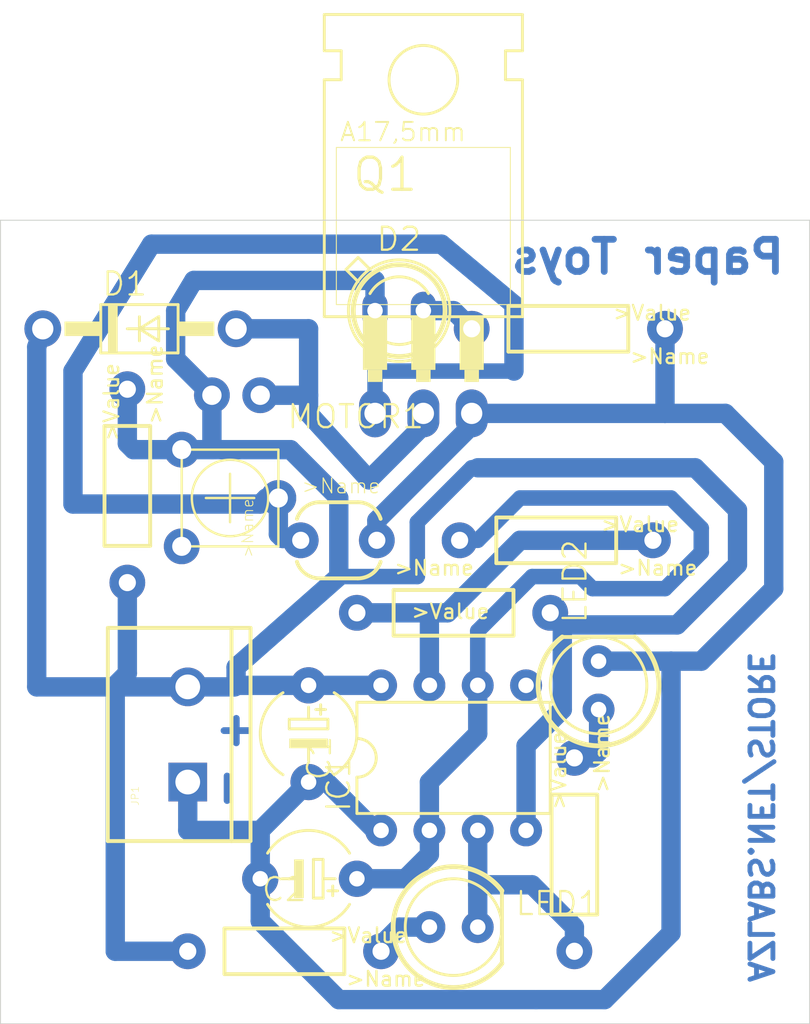
<source format=kicad_pcb>
(kicad_pcb (version 20171130) (host pcbnew 5.1.5+dfsg1-2build2)

  (general
    (thickness 1.6)
    (drawings 9)
    (tracks 124)
    (zones 0)
    (modules 18)
    (nets 14)
  )

  (page A4)
  (layers
    (0 Top signal)
    (1 Route2 signal)
    (2 Route3 signal)
    (3 Route4 signal)
    (4 Route5 signal)
    (5 Route6 signal)
    (6 Route7 signal)
    (7 Route8 signal)
    (8 Route9 signal)
    (9 Route10 signal)
    (10 Route11 signal)
    (11 Route12 signal)
    (12 Route13 signal)
    (13 Route14 signal)
    (14 Route15 signal)
    (31 Bottom signal)
    (32 B.Adhes user)
    (33 F.Adhes user)
    (34 B.Paste user)
    (35 F.Paste user)
    (36 B.SilkS user)
    (37 F.SilkS user)
    (38 B.Mask user)
    (39 F.Mask user)
    (40 Dwgs.User user)
    (41 Cmts.User user)
    (42 Eco1.User user)
    (43 Eco2.User user)
    (44 Edge.Cuts user)
    (45 Margin user)
    (46 B.CrtYd user)
    (47 F.CrtYd user)
    (48 B.Fab user)
    (49 F.Fab user)
  )

  (setup
    (last_trace_width 0.25)
    (trace_clearance 0.2)
    (zone_clearance 0.508)
    (zone_45_only no)
    (trace_min 0.2)
    (via_size 0.8)
    (via_drill 0.4)
    (via_min_size 0.4)
    (via_min_drill 0.3)
    (uvia_size 0.3)
    (uvia_drill 0.1)
    (uvias_allowed no)
    (uvia_min_size 0.2)
    (uvia_min_drill 0.1)
    (edge_width 0.05)
    (segment_width 0.2)
    (pcb_text_width 0.3)
    (pcb_text_size 1.5 1.5)
    (mod_edge_width 0.12)
    (mod_text_size 1 1)
    (mod_text_width 0.15)
    (pad_size 1.524 1.524)
    (pad_drill 0.762)
    (pad_to_mask_clearance 0.051)
    (solder_mask_min_width 0.25)
    (aux_axis_origin 0 0)
    (visible_elements FFFFFF7F)
    (pcbplotparams
      (layerselection 0x010fc_ffffffff)
      (usegerberextensions false)
      (usegerberattributes false)
      (usegerberadvancedattributes false)
      (creategerberjobfile false)
      (excludeedgelayer true)
      (linewidth 0.100000)
      (plotframeref false)
      (viasonmask false)
      (mode 1)
      (useauxorigin false)
      (hpglpennumber 1)
      (hpglpenspeed 20)
      (hpglpendiameter 15.000000)
      (psnegative false)
      (psa4output false)
      (plotreference true)
      (plotvalue true)
      (plotinvisibletext false)
      (padsonsilk false)
      (subtractmaskfromsilk false)
      (outputformat 1)
      (mirror false)
      (drillshape 1)
      (scaleselection 1)
      (outputdirectory ""))
  )

  (net 0 "")
  (net 1 GND)
  (net 2 VCC)
  (net 3 "Net-(IC1-Pad5)")
  (net 4 "Net-(C2-Pad+)")
  (net 5 "Net-(IC1-Pad3)")
  (net 6 "Net-(IC1-Pad7)")
  (net 7 "Net-(LED1-PadA)")
  (net 8 "Net-(LED2-PadA)")
  (net 9 "Net-(D2-PadK)")
  (net 10 "Net-(D1-PadA)")
  (net 11 "Net-(POT1-Pad2)")
  (net 12 "Net-(POT1-Pad3)")
  (net 13 "Net-(POT1-Pad1)")

  (net_class Default "This is the default net class."
    (clearance 0.2)
    (trace_width 0.25)
    (via_dia 0.8)
    (via_drill 0.4)
    (uvia_dia 0.3)
    (uvia_drill 0.1)
    (add_net GND)
    (add_net N$8)
    (add_net "Net-(C2-Pad+)")
    (add_net "Net-(D1-PadA)")
    (add_net "Net-(D2-PadK)")
    (add_net "Net-(IC1-Pad3)")
    (add_net "Net-(IC1-Pad5)")
    (add_net "Net-(IC1-Pad7)")
    (add_net "Net-(LED1-PadA)")
    (add_net "Net-(LED2-PadA)")
    (add_net "Net-(POT1-Pad1)")
    (add_net "Net-(POT1-Pad2)")
    (add_net "Net-(POT1-Pad3)")
    (add_net VCC)
  )

  (module xerife:DIL08-ROUND (layer Top) (tedit 0) (tstamp 60CF6C7A)
    (at 151.0511 112.1411)
    (descr "<b>Dual In Line Package</b>")
    (path /06F92037)
    (fp_text reference IC1 (at -5.334 2.921 90) (layer F.SilkS)
      (effects (font (size 1.2065 1.2065) (thickness 0.12065)) (justify left bottom))
    )
    (fp_text value 555N (at -3.556 0.635) (layer F.Fab)
      (effects (font (size 1.2065 1.2065) (thickness 0.12065)) (justify left bottom))
    )
    (fp_arc (start -5.08 0) (end -5.08 -1.016) (angle 180) (layer F.SilkS) (width 0.1524))
    (fp_line (start -5.08 2.921) (end -5.08 1.016) (layer F.SilkS) (width 0.1524))
    (fp_line (start -5.08 -2.921) (end -5.08 -1.016) (layer F.SilkS) (width 0.1524))
    (fp_line (start 5.08 -2.921) (end 5.08 2.921) (layer F.SilkS) (width 0.1524))
    (fp_line (start -5.08 2.921) (end 5.08 2.921) (layer F.SilkS) (width 0.1524))
    (fp_line (start 5.08 -2.921) (end -5.08 -2.921) (layer F.SilkS) (width 0.1524))
    (pad 5 thru_hole circle (at 3.81 -3.81 90) (size 1.6764 1.6764) (drill 0.8128) (layers *.Cu *.Mask)
      (net 3 "Net-(IC1-Pad5)") (solder_mask_margin 0.1016))
    (pad 6 thru_hole circle (at 1.27 -3.81 90) (size 1.6764 1.6764) (drill 0.8128) (layers *.Cu *.Mask)
      (net 4 "Net-(C2-Pad+)") (solder_mask_margin 0.1016))
    (pad 4 thru_hole circle (at 3.81 3.81 90) (size 1.6764 1.6764) (drill 0.8128) (layers *.Cu *.Mask)
      (net 2 VCC) (solder_mask_margin 0.1016))
    (pad 3 thru_hole circle (at 1.27 3.81 90) (size 1.6764 1.6764) (drill 0.8128) (layers *.Cu *.Mask)
      (net 5 "Net-(IC1-Pad3)") (solder_mask_margin 0.1016))
    (pad 8 thru_hole circle (at -3.81 -3.81 90) (size 1.6764 1.6764) (drill 0.8128) (layers *.Cu *.Mask)
      (net 2 VCC) (solder_mask_margin 0.1016))
    (pad 7 thru_hole circle (at -1.27 -3.81 90) (size 1.6764 1.6764) (drill 0.8128) (layers *.Cu *.Mask)
      (net 6 "Net-(IC1-Pad7)") (solder_mask_margin 0.1016))
    (pad 2 thru_hole circle (at -1.27 3.81 90) (size 1.6764 1.6764) (drill 0.8128) (layers *.Cu *.Mask)
      (net 4 "Net-(C2-Pad+)") (solder_mask_margin 0.1016))
    (pad 1 thru_hole circle (at -3.81 3.81 90) (size 1.6764 1.6764) (drill 0.8128) (layers *.Cu *.Mask)
      (net 1 GND) (solder_mask_margin 0.1016))
  )

  (module xerife:AXIAL-0.4 (layer Top) (tedit 0) (tstamp 60CF6C8B)
    (at 142.1611 122.3011 180)
    (descr "1/4W Resistor, 0.4\" wide<p>\n\nYageo CFR series <a href=\"http://www.yageo.com/pdf/yageo/Leaded-R_CFR_2008.pdf\">http://www.yageo.com/pdf/yageo/Leaded-R_CFR_2008.pdf</a>")
    (path /8C0F347B)
    (fp_text reference R1 (at -3.175 -1.905) (layer F.SilkS) hide
      (effects (font (size 0.77216 0.77216) (thickness 0.115824)))
    )
    (fp_text value 470R (at -2.286 0.381) (layer F.SilkS) hide
      (effects (font (size 0.77216 0.77216) (thickness 0.115824)))
    )
    (fp_text user >Value (at -2.286 0.381 180) (layer F.SilkS)
      (effects (font (size 0.77216 0.77216) (thickness 0.12192)) (justify left bottom))
    )
    (fp_text user >Name (at -3.175 -1.905 180) (layer F.SilkS)
      (effects (font (size 0.77216 0.77216) (thickness 0.12192)) (justify left bottom))
    )
    (fp_line (start 3.15 1.2) (end -3.15 1.2) (layer F.SilkS) (width 0.2032))
    (fp_line (start 3.15 -1.2) (end 3.15 1.2) (layer F.SilkS) (width 0.2032))
    (fp_line (start -3.15 -1.2) (end 3.15 -1.2) (layer F.SilkS) (width 0.2032))
    (fp_line (start -3.15 1.2) (end -3.15 -1.2) (layer F.SilkS) (width 0.2032))
    (pad P$2 thru_hole circle (at 5.08 0 180) (size 1.8796 1.8796) (drill 0.9) (layers *.Cu *.Mask)
      (net 2 VCC) (solder_mask_margin 0.1016))
    (pad P$1 thru_hole circle (at -5.08 0 180) (size 1.8796 1.8796) (drill 0.9) (layers *.Cu *.Mask)
      (net 7 "Net-(LED1-PadA)") (solder_mask_margin 0.1016))
  )

  (module xerife:AXIAL-0.4 (layer Top) (tedit 0) (tstamp 60CF6C96)
    (at 157.4011 117.2211 270)
    (descr "1/4W Resistor, 0.4\" wide<p>\n\nYageo CFR series <a href=\"http://www.yageo.com/pdf/yageo/Leaded-R_CFR_2008.pdf\">http://www.yageo.com/pdf/yageo/Leaded-R_CFR_2008.pdf</a>")
    (path /B40906EE)
    (fp_text reference R2 (at -3.175 -1.905 90) (layer F.SilkS) hide
      (effects (font (size 0.77216 0.77216) (thickness 0.115824)))
    )
    (fp_text value 470R (at -2.286 0.381 90) (layer F.SilkS) hide
      (effects (font (size 0.77216 0.77216) (thickness 0.115824)))
    )
    (fp_text user >Value (at -2.286 0.381 270) (layer F.SilkS)
      (effects (font (size 0.77216 0.77216) (thickness 0.12192)) (justify left bottom))
    )
    (fp_text user >Name (at -3.175 -1.905 270) (layer F.SilkS)
      (effects (font (size 0.77216 0.77216) (thickness 0.12192)) (justify left bottom))
    )
    (fp_line (start 3.15 1.2) (end -3.15 1.2) (layer F.SilkS) (width 0.2032))
    (fp_line (start 3.15 -1.2) (end 3.15 1.2) (layer F.SilkS) (width 0.2032))
    (fp_line (start -3.15 -1.2) (end 3.15 -1.2) (layer F.SilkS) (width 0.2032))
    (fp_line (start -3.15 1.2) (end -3.15 -1.2) (layer F.SilkS) (width 0.2032))
    (pad P$2 thru_hole circle (at 5.08 0 270) (size 1.8796 1.8796) (drill 0.9) (layers *.Cu *.Mask)
      (net 5 "Net-(IC1-Pad3)") (solder_mask_margin 0.1016))
    (pad P$1 thru_hole circle (at -5.08 0 270) (size 1.8796 1.8796) (drill 0.9) (layers *.Cu *.Mask)
      (net 8 "Net-(LED2-PadA)") (solder_mask_margin 0.1016))
  )

  (module xerife:AXIAL-0.4 (layer Top) (tedit 0) (tstamp 60CF6CA1)
    (at 157.0836 89.5986 180)
    (descr "1/4W Resistor, 0.4\" wide<p>\n\nYageo CFR series <a href=\"http://www.yageo.com/pdf/yageo/Leaded-R_CFR_2008.pdf\">http://www.yageo.com/pdf/yageo/Leaded-R_CFR_2008.pdf</a>")
    (path /841CF837)
    (fp_text reference R3 (at -3.175 -1.905) (layer F.SilkS) hide
      (effects (font (size 0.77216 0.77216) (thickness 0.115824)))
    )
    (fp_text value 150R (at -2.286 0.381) (layer F.SilkS) hide
      (effects (font (size 0.77216 0.77216) (thickness 0.115824)))
    )
    (fp_text user >Value (at -2.286 0.381 180) (layer F.SilkS)
      (effects (font (size 0.77216 0.77216) (thickness 0.12192)) (justify left bottom))
    )
    (fp_text user >Name (at -3.175 -1.905 180) (layer F.SilkS)
      (effects (font (size 0.77216 0.77216) (thickness 0.12192)) (justify left bottom))
    )
    (fp_line (start 3.15 1.2) (end -3.15 1.2) (layer F.SilkS) (width 0.2032))
    (fp_line (start 3.15 -1.2) (end 3.15 1.2) (layer F.SilkS) (width 0.2032))
    (fp_line (start -3.15 -1.2) (end 3.15 -1.2) (layer F.SilkS) (width 0.2032))
    (fp_line (start -3.15 1.2) (end -3.15 -1.2) (layer F.SilkS) (width 0.2032))
    (pad P$2 thru_hole circle (at 5.08 0 180) (size 1.8796 1.8796) (drill 0.9) (layers *.Cu *.Mask)
      (net 9 "Net-(D2-PadK)") (solder_mask_margin 0.1016))
    (pad P$1 thru_hole circle (at -5.08 0 180) (size 1.8796 1.8796) (drill 0.9) (layers *.Cu *.Mask)
      (net 1 GND) (solder_mask_margin 0.1016))
  )

  (module xerife:LED5MM (layer Top) (tedit 0) (tstamp 60CF6CAC)
    (at 151.0511 121.0311)
    (descr "<B>LED</B><p>\n5 mm, round")
    (path /D5D4A691)
    (fp_text reference LED1 (at 3.175 -0.5334) (layer F.SilkS)
      (effects (font (size 1.2065 1.2065) (thickness 0.12065)) (justify left bottom))
    )
    (fp_text value LED5MM (at 3.2004 1.8034) (layer F.Fab)
      (effects (font (size 1.2065 1.2065) (thickness 0.12065)) (justify left bottom))
    )
    (fp_circle (center 0 0) (end 2.54 0) (layer F.SilkS) (width 0.1524))
    (fp_arc (start 0 0) (end 0 2.159) (angle -90) (layer F.Fab) (width 0.1524))
    (fp_arc (start 0 0) (end -2.159 0) (angle 90) (layer F.Fab) (width 0.1524))
    (fp_arc (start 0 0) (end 0 1.651) (angle -90) (layer F.Fab) (width 0.1524))
    (fp_arc (start 0 0) (end -1.651 0) (angle 90) (layer F.Fab) (width 0.1524))
    (fp_arc (start 0 0) (end 0 1.143) (angle -90) (layer F.Fab) (width 0.1524))
    (fp_arc (start 0 0) (end -1.143 0) (angle 90) (layer F.Fab) (width 0.1524))
    (fp_arc (start 0 0) (end 2.54 1.905) (angle 286.260205) (layer F.SilkS) (width 0.254))
    (fp_line (start 2.54 1.905) (end 2.54 -1.905) (layer F.SilkS) (width 0.2032))
    (pad K thru_hole circle (at 1.27 0) (size 1.6764 1.6764) (drill 0.8128) (layers *.Cu *.Mask)
      (net 5 "Net-(IC1-Pad3)") (solder_mask_margin 0.1016))
    (pad A thru_hole circle (at -1.27 0) (size 1.6764 1.6764) (drill 0.8128) (layers *.Cu *.Mask)
      (net 7 "Net-(LED1-PadA)") (solder_mask_margin 0.1016))
  )

  (module xerife:LED5MM (layer Top) (tedit 0) (tstamp 60CF6CBA)
    (at 158.6711 108.3311 90)
    (descr "<B>LED</B><p>\n5 mm, round")
    (path /6A31474D)
    (fp_text reference LED2 (at 3.175 -0.5334 90) (layer F.SilkS)
      (effects (font (size 1.2065 1.2065) (thickness 0.12065)) (justify left bottom))
    )
    (fp_text value LED5MM (at 3.2004 1.8034 90) (layer F.Fab)
      (effects (font (size 1.2065 1.2065) (thickness 0.12065)) (justify left bottom))
    )
    (fp_circle (center 0 0) (end 2.54 0) (layer F.SilkS) (width 0.1524))
    (fp_arc (start 0 0) (end 0 2.159) (angle -90) (layer F.Fab) (width 0.1524))
    (fp_arc (start 0 0) (end -2.159 0) (angle 90) (layer F.Fab) (width 0.1524))
    (fp_arc (start 0 0) (end 0 1.651) (angle -90) (layer F.Fab) (width 0.1524))
    (fp_arc (start 0 0) (end -1.651 0) (angle 90) (layer F.Fab) (width 0.1524))
    (fp_arc (start 0 0) (end 0 1.143) (angle -90) (layer F.Fab) (width 0.1524))
    (fp_arc (start 0 0) (end -1.143 0) (angle 90) (layer F.Fab) (width 0.1524))
    (fp_arc (start 0 0) (end 2.54 1.905) (angle 286.260205) (layer F.SilkS) (width 0.254))
    (fp_line (start 2.54 1.905) (end 2.54 -1.905) (layer F.SilkS) (width 0.2032))
    (pad K thru_hole circle (at 1.27 0 90) (size 1.6764 1.6764) (drill 0.8128) (layers *.Cu *.Mask)
      (net 1 GND) (solder_mask_margin 0.1016))
    (pad A thru_hole circle (at -1.27 0 90) (size 1.6764 1.6764) (drill 0.8128) (layers *.Cu *.Mask)
      (net 8 "Net-(LED2-PadA)") (solder_mask_margin 0.1016))
  )

  (module xerife:AXIAL-0.4 (layer Top) (tedit 0) (tstamp 60CF6CC8)
    (at 156.4486 100.7111 180)
    (descr "1/4W Resistor, 0.4\" wide<p>\n\nYageo CFR series <a href=\"http://www.yageo.com/pdf/yageo/Leaded-R_CFR_2008.pdf\">http://www.yageo.com/pdf/yageo/Leaded-R_CFR_2008.pdf</a>")
    (path /B6EDC05E)
    (fp_text reference R4 (at -3.175 -1.905) (layer F.SilkS) hide
      (effects (font (size 0.77216 0.77216) (thickness 0.115824)))
    )
    (fp_text value 330K (at -2.286 0.381) (layer F.SilkS) hide
      (effects (font (size 0.77216 0.77216) (thickness 0.115824)))
    )
    (fp_text user >Value (at -2.286 0.381 180) (layer F.SilkS)
      (effects (font (size 0.77216 0.77216) (thickness 0.12192)) (justify left bottom))
    )
    (fp_text user >Name (at -3.175 -1.905 180) (layer F.SilkS)
      (effects (font (size 0.77216 0.77216) (thickness 0.12192)) (justify left bottom))
    )
    (fp_line (start 3.15 1.2) (end -3.15 1.2) (layer F.SilkS) (width 0.2032))
    (fp_line (start 3.15 -1.2) (end 3.15 1.2) (layer F.SilkS) (width 0.2032))
    (fp_line (start -3.15 -1.2) (end 3.15 -1.2) (layer F.SilkS) (width 0.2032))
    (fp_line (start -3.15 1.2) (end -3.15 -1.2) (layer F.SilkS) (width 0.2032))
    (pad P$2 thru_hole circle (at 5.08 0 180) (size 1.8796 1.8796) (drill 0.9) (layers *.Cu *.Mask)
      (net 4 "Net-(C2-Pad+)") (solder_mask_margin 0.1016))
    (pad P$1 thru_hole circle (at -5.08 0 180) (size 1.8796 1.8796) (drill 0.9) (layers *.Cu *.Mask)
      (net 6 "Net-(IC1-Pad7)") (solder_mask_margin 0.1016))
  )

  (module xerife:AXIAL-0.4 (layer Top) (tedit 0) (tstamp 60CF6CD3)
    (at 151.0511 104.5211)
    (descr "1/4W Resistor, 0.4\" wide<p>\n\nYageo CFR series <a href=\"http://www.yageo.com/pdf/yageo/Leaded-R_CFR_2008.pdf\">http://www.yageo.com/pdf/yageo/Leaded-R_CFR_2008.pdf</a>")
    (path /0764E48A)
    (fp_text reference R5 (at -3.175 -1.905) (layer F.SilkS) hide
      (effects (font (size 0.77216 0.77216) (thickness 0.115824)))
    )
    (fp_text value 10k (at -2.286 0.381) (layer F.SilkS) hide
      (effects (font (size 0.77216 0.77216) (thickness 0.115824)))
    )
    (fp_text user >Value (at -2.286 0.381) (layer F.SilkS)
      (effects (font (size 0.77216 0.77216) (thickness 0.12192)) (justify left bottom))
    )
    (fp_text user >Name (at -3.175 -1.905) (layer F.SilkS)
      (effects (font (size 0.77216 0.77216) (thickness 0.12192)) (justify left bottom))
    )
    (fp_line (start 3.15 1.2) (end -3.15 1.2) (layer F.SilkS) (width 0.2032))
    (fp_line (start 3.15 -1.2) (end 3.15 1.2) (layer F.SilkS) (width 0.2032))
    (fp_line (start -3.15 -1.2) (end 3.15 -1.2) (layer F.SilkS) (width 0.2032))
    (fp_line (start -3.15 1.2) (end -3.15 -1.2) (layer F.SilkS) (width 0.2032))
    (pad P$2 thru_hole circle (at 5.08 0) (size 1.8796 1.8796) (drill 0.9) (layers *.Cu *.Mask)
      (net 2 VCC) (solder_mask_margin 0.1016))
    (pad P$1 thru_hole circle (at -5.08 0) (size 1.8796 1.8796) (drill 0.9) (layers *.Cu *.Mask)
      (net 6 "Net-(IC1-Pad7)") (solder_mask_margin 0.1016))
  )

  (module xerife:TO220AH (layer Top) (tedit 0) (tstamp 60CF6CDE)
    (at 149.4636 87.6936)
    (descr "<b>Molded Package</b><p>\ngrid 2.54 mm")
    (path /7A211019)
    (fp_text reference Q1 (at -3.81 -5.207) (layer F.SilkS)
      (effects (font (size 1.6891 1.6891) (thickness 0.16891)) (justify left bottom))
    )
    (fp_text value TIP120 (at -3.937 -2.54) (layer F.Fab)
      (effects (font (size 1.6891 1.6891) (thickness 0.16891)) (justify left bottom))
    )
    (fp_poly (pts (xy 2.159 6.604) (xy 2.921 6.604) (xy 2.921 4.699) (xy 2.159 4.699)) (layer F.Fab) (width 0))
    (fp_poly (pts (xy -0.381 6.604) (xy 0.381 6.604) (xy 0.381 4.699) (xy -0.381 4.699)) (layer F.Fab) (width 0))
    (fp_poly (pts (xy -2.921 6.604) (xy -2.159 6.604) (xy -2.159 4.699) (xy -2.921 4.699)) (layer F.Fab) (width 0))
    (fp_poly (pts (xy 1.905 4.064) (xy 3.175 4.064) (xy 3.175 1.27) (xy 1.905 1.27)) (layer F.SilkS) (width 0))
    (fp_poly (pts (xy -0.635 4.064) (xy 0.635 4.064) (xy 0.635 1.27) (xy -0.635 1.27)) (layer F.SilkS) (width 0))
    (fp_poly (pts (xy -3.175 4.064) (xy -1.905 4.064) (xy -1.905 1.27) (xy -3.175 1.27)) (layer F.SilkS) (width 0))
    (fp_poly (pts (xy -2.921 4.699) (xy -2.159 4.699) (xy -2.159 4.064) (xy -2.921 4.064)) (layer F.SilkS) (width 0))
    (fp_poly (pts (xy -0.381 4.699) (xy 0.381 4.699) (xy 0.381 4.064) (xy -0.381 4.064)) (layer F.SilkS) (width 0))
    (fp_poly (pts (xy 2.159 4.699) (xy 2.921 4.699) (xy 2.921 4.064) (xy 2.159 4.064)) (layer F.SilkS) (width 0))
    (fp_text user A17,5mm (at -4.445 -7.874) (layer F.SilkS)
      (effects (font (size 0.9652 0.9652) (thickness 0.1016)) (justify left bottom))
    )
    (fp_circle (center 0 -11.176) (end 2.0955 -11.176) (layer Dwgs.User) (width 4.191))
    (fp_circle (center 0 -11.176) (end 2.0955 -11.176) (layer Dwgs.User) (width 4.191))
    (fp_circle (center 0 -11.176) (end 1.8034 -11.176) (layer F.SilkS) (width 0.1524))
    (fp_line (start -4.572 0.635) (end -4.572 -7.62) (layer F.SilkS) (width 0.0508))
    (fp_line (start 4.572 -7.62) (end -4.572 -7.62) (layer F.SilkS) (width 0.0508))
    (fp_line (start 4.572 -7.62) (end 4.572 0.635) (layer F.SilkS) (width 0.0508))
    (fp_line (start -4.572 0.635) (end 4.572 0.635) (layer F.SilkS) (width 0.0508))
    (fp_line (start -5.207 -12.7) (end -5.207 -14.605) (layer F.SilkS) (width 0.1524))
    (fp_line (start -4.318 -12.7) (end -5.207 -12.7) (layer F.SilkS) (width 0.1524))
    (fp_line (start -4.318 -11.176) (end -4.318 -12.7) (layer F.SilkS) (width 0.1524))
    (fp_line (start -5.207 -11.176) (end -4.318 -11.176) (layer F.SilkS) (width 0.1524))
    (fp_line (start -5.207 1.27) (end -5.207 -11.176) (layer F.SilkS) (width 0.1524))
    (fp_line (start 5.207 -12.7) (end 5.207 -14.605) (layer F.SilkS) (width 0.1524))
    (fp_line (start 4.318 -12.7) (end 5.207 -12.7) (layer F.SilkS) (width 0.1524))
    (fp_line (start 4.318 -11.176) (end 4.318 -12.7) (layer F.SilkS) (width 0.1524))
    (fp_line (start 5.207 -11.176) (end 4.318 -11.176) (layer F.SilkS) (width 0.1524))
    (fp_line (start 5.207 1.27) (end 5.207 -11.176) (layer F.SilkS) (width 0.1524))
    (fp_line (start 5.207 -14.605) (end -5.207 -14.605) (layer F.SilkS) (width 0.1524))
    (fp_line (start -5.207 1.27) (end 5.207 1.27) (layer F.SilkS) (width 0.1524))
    (pad "" np_thru_hole circle (at 0 -11.176) (size 3.302 3.302) (drill 3.302) (layers *.Cu *.Mask))
    (pad E thru_hole oval (at 2.54 6.35 90) (size 2.5146 1.6764) (drill 1.1176) (layers *.Cu *.Mask)
      (net 1 GND) (solder_mask_margin 0.1016))
    (pad C thru_hole oval (at 0 6.35 90) (size 2.5146 1.6764) (drill 1.1176) (layers *.Cu *.Mask)
      (net 10 "Net-(D1-PadA)") (solder_mask_margin 0.1016))
    (pad B thru_hole oval (at -2.54 6.35 90) (size 2.5146 1.6764) (drill 1.1176) (layers *.Cu *.Mask)
      (net 11 "Net-(POT1-Pad2)") (solder_mask_margin 0.1016))
  )

  (module xerife:SCREWTERMINAL-5MM-2 (layer Top) (tedit 0) (tstamp 60CF6D02)
    (at 137.0811 113.4111 90)
    (path /2F430EF2)
    (fp_text reference JP1 (at -1.27 -2.54 90) (layer F.SilkS)
      (effects (font (size 0.38608 0.38608) (thickness 0.030886)) (justify left bottom))
    )
    (fp_text value M025MM (at -1.27 -1.27 90) (layer F.Fab)
      (effects (font (size 0.38608 0.38608) (thickness 0.030886)) (justify left bottom))
    )
    (fp_circle (center 2.5 -3.7) (end 2.7828 -3.7) (layer F.Fab) (width 0.127))
    (fp_line (start 8.7 -3) (end 8.1 -3) (layer F.Fab) (width 0.2032))
    (fp_line (start 8.7 -4) (end 8.7 -3) (layer F.Fab) (width 0.2032))
    (fp_line (start 8.1 -4) (end 8.7 -4) (layer F.Fab) (width 0.2032))
    (fp_line (start -3.7 2.35) (end -3.1 2.35) (layer F.Fab) (width 0.2032))
    (fp_line (start -3.7 1.35) (end -3.7 2.35) (layer F.Fab) (width 0.2032))
    (fp_line (start -3.1 1.35) (end -3.7 1.35) (layer F.Fab) (width 0.2032))
    (fp_line (start 8.1 2.3) (end -3.1 2.3) (layer F.SilkS) (width 0.2032))
    (fp_line (start -3.1 2.3) (end -3.1 -4.2) (layer F.SilkS) (width 0.2032))
    (fp_line (start -3.1 3.3) (end -3.1 2.3) (layer F.SilkS) (width 0.2032))
    (fp_line (start 8.1 3.3) (end -3.1 3.3) (layer F.SilkS) (width 0.2032))
    (fp_line (start 8.1 2.3) (end 8.1 3.3) (layer F.SilkS) (width 0.2032))
    (fp_line (start 8.1 -4.2) (end 8.1 2.3) (layer F.SilkS) (width 0.2032))
    (fp_line (start -3.1 -4.2) (end 8.1 -4.2) (layer F.SilkS) (width 0.2032))
    (pad 2 thru_hole circle (at 5 0 90) (size 2.032 2.032) (drill 1.3) (layers *.Cu *.Mask)
      (net 2 VCC) (solder_mask_margin 0.1016))
    (pad 1 thru_hole rect (at 0 0 90) (size 2.032 2.032) (drill 1.3) (layers *.Cu *.Mask)
      (net 1 GND) (solder_mask_margin 0.1016))
  )

  (module xerife:1X02_NO_SILK (layer Top) (tedit 0) (tstamp 60CF6D15)
    (at 140.8911 93.0911 180)
    (path /00A41028)
    (fp_text reference MOTOR1 (at -1.3462 -1.8288) (layer F.SilkS)
      (effects (font (size 1.2065 1.2065) (thickness 0.12065)) (justify left bottom))
    )
    (fp_text value M021X02_NO_SILK (at -1.27 3.175) (layer F.Fab)
      (effects (font (size 1.2065 1.2065) (thickness 0.09652)) (justify left bottom))
    )
    (fp_poly (pts (xy -0.254 0.254) (xy 0.254 0.254) (xy 0.254 -0.254) (xy -0.254 -0.254)) (layer F.Fab) (width 0))
    (fp_poly (pts (xy 2.286 0.254) (xy 2.794 0.254) (xy 2.794 -0.254) (xy 2.286 -0.254)) (layer F.Fab) (width 0))
    (pad 2 thru_hole circle (at 2.54 0 270) (size 1.8796 1.8796) (drill 1.016) (layers *.Cu *.Mask)
      (net 2 VCC) (solder_mask_margin 0.1016))
    (pad 1 thru_hole circle (at 0 0 270) (size 1.8796 1.8796) (drill 1.016) (layers *.Cu *.Mask)
      (net 10 "Net-(D1-PadA)") (solder_mask_margin 0.1016))
  )

  (module xerife:DO41-10 (layer Top) (tedit 0) (tstamp 60CF6D1C)
    (at 134.5411 89.5986)
    (descr "<B>DIODE</B><p>\ndiameter 2.54 mm, horizontal, grid 10.16 mm")
    (path /8D141E84)
    (fp_text reference D1 (at -2.032 -1.651) (layer F.SilkS)
      (effects (font (size 1.2065 1.2065) (thickness 0.12065)) (justify left bottom))
    )
    (fp_text value 1N4004 (at -2.032 2.794) (layer F.Fab)
      (effects (font (size 1.2065 1.2065) (thickness 0.12065)) (justify left bottom))
    )
    (fp_poly (pts (xy -3.937 0.381) (xy -2.032 0.381) (xy -2.032 -0.381) (xy -3.937 -0.381)) (layer F.SilkS) (width 0))
    (fp_poly (pts (xy 2.032 0.381) (xy 3.937 0.381) (xy 3.937 -0.381) (xy 2.032 -0.381)) (layer F.SilkS) (width 0))
    (fp_poly (pts (xy -1.651 1.27) (xy -1.143 1.27) (xy -1.143 -1.27) (xy -1.651 -1.27)) (layer F.SilkS) (width 0))
    (fp_line (start 0 0) (end 0 0.635) (layer F.SilkS) (width 0.1524))
    (fp_line (start 0 -0.635) (end 0 0) (layer F.SilkS) (width 0.1524))
    (fp_line (start 0 0) (end 1.016 -0.635) (layer F.SilkS) (width 0.1524))
    (fp_line (start 0 0) (end 1.524 0) (layer F.SilkS) (width 0.1524))
    (fp_line (start 1.016 0.635) (end 0 0) (layer F.SilkS) (width 0.1524))
    (fp_line (start 1.016 -0.635) (end 1.016 0.635) (layer F.SilkS) (width 0.1524))
    (fp_line (start -0.635 0) (end 0 0) (layer F.SilkS) (width 0.1524))
    (fp_line (start -5.08 0) (end -4.064 0) (layer F.Fab) (width 0.762))
    (fp_line (start 5.08 0) (end 4.064 0) (layer F.Fab) (width 0.762))
    (fp_line (start -2.032 -1.27) (end -2.032 1.27) (layer F.SilkS) (width 0.1524))
    (fp_line (start -2.032 -1.27) (end 2.032 -1.27) (layer F.SilkS) (width 0.1524))
    (fp_line (start 2.032 1.27) (end 2.032 -1.27) (layer F.SilkS) (width 0.1524))
    (fp_line (start 2.032 1.27) (end -2.032 1.27) (layer F.SilkS) (width 0.1524))
    (pad C thru_hole circle (at -5.08 0) (size 1.9304 1.9304) (drill 1.1176) (layers *.Cu *.Mask)
      (net 2 VCC) (solder_mask_margin 0.1016))
    (pad A thru_hole circle (at 5.08 0) (size 1.9304 1.9304) (drill 1.1176) (layers *.Cu *.Mask)
      (net 10 "Net-(D1-PadA)") (solder_mask_margin 0.1016))
  )

  (module xerife:PHOTOCELL-KIT (layer Top) (tedit 0) (tstamp 60CF6D31)
    (at 145.0186 100.7111)
    (descr "<h3>PHOTOCELL-KIT</h3>\nThrough-hole photocell (http://www.sparkfun.com/products/9088)<br>\n<br>\n<b>Warning:</b> This is the KIT version of this package. This package has a smaller diameter top stop mask, which doesn't cover the diameter of the pad. This means only the bottom side of the pads' copper will be exposed. You'll only be able to solder to the bottom side.")
    (path /AC3018AB)
    (fp_text reference R6 (at -2 -2.4) (layer F.SilkS) hide
      (effects (font (size 0.77216 0.77216) (thickness 0.061772)))
    )
    (fp_text value LDR (at -2 3) (layer F.SilkS) hide
      (effects (font (size 0.77216 0.77216) (thickness 0.061772)))
    )
    (fp_poly (pts (xy 2.0066 0.4445) (xy 2.006601 0.4445) (xy 1.839602 0.415335) (xy 1.696481 0.324474)
      (xy 1.599033 0.185754) (xy 1.5621 0.0203) (xy 1.592441 -0.155033) (xy 1.687569 -0.305409)
      (xy 2.0066 -0.447) (xy 2.178038 -0.409875) (xy 2.322219 -0.30997) (xy 2.4485 0.0101)
      (xy 2.4485 0.010099) (xy 2.413726 0.177494) (xy 2.317532 0.318834)) (layer F.Mask) (width 0))
    (fp_poly (pts (xy 2.0091 0.9525) (xy 2.009101 0.9525) (xy 1.799103 0.931679) (xy 1.599004 0.86465)
      (xy 1.418837 0.754776) (xy 1.267636 0.607566) (xy 1.152984 0.430401) (xy 1.0542 0.0228)
      (xy 1.07579 -0.191984) (xy 1.144638 -0.396577) (xy 1.257292 -0.580717) (xy 1.408101 -0.735168)
      (xy 1.5895 -0.852183) (xy 1.792392 -0.925892) (xy 2.0066 -0.9526) (xy 2.220759 -0.925315)
      (xy 2.423477 -0.85106) (xy 2.60459 -0.733557) (xy 2.755014 -0.578699) (xy 2.867208 -0.39425)
      (xy 2.935546 -0.189461) (xy 2.9566 0.0254) (xy 2.9566 0.025398) (xy 2.930867 0.233728)
      (xy 2.859409 0.431104) (xy 2.745812 0.607624) (xy 2.595774 0.754431) (xy 2.416825 0.86416)) (layer B.Mask) (width 0))
    (fp_poly (pts (xy -2.0066 0.4445) (xy -2.006598 0.4445) (xy -2.173597 0.415335) (xy -2.316718 0.324474)
      (xy -2.414166 0.185754) (xy -2.4511 0.0203) (xy -2.420759 -0.155033) (xy -2.325631 -0.305409)
      (xy -2.0066 -0.447) (xy -1.835162 -0.409875) (xy -1.690981 -0.30997) (xy -1.5647 0.0101)
      (xy -1.599474 0.177495) (xy -1.695669 0.318834)) (layer F.Mask) (width 0))
    (fp_poly (pts (xy -2.0041 0.9525) (xy -2.004099 0.9525) (xy -2.214097 0.931679) (xy -2.414196 0.86465)
      (xy -2.594363 0.754776) (xy -2.745564 0.607566) (xy -2.860216 0.430401) (xy -2.959 0.0228)
      (xy -2.959 0.022801) (xy -2.93741 -0.191984) (xy -2.868562 -0.396577) (xy -2.755909 -0.580717)
      (xy -2.6051 -0.735168) (xy -2.4237 -0.852183) (xy -2.220808 -0.925893) (xy -2.0066 -0.9526)
      (xy -1.792441 -0.925315) (xy -1.589723 -0.85106) (xy -1.40861 -0.733557) (xy -1.258186 -0.578699)
      (xy -1.145992 -0.39425) (xy -1.077654 -0.189461) (xy -1.0566 0.0254) (xy -1.0566 0.025399)
      (xy -1.082334 0.233729) (xy -1.153792 0.431104) (xy -1.267389 0.607624) (xy -1.417426 0.754431)
      (xy -1.596376 0.864159)) (layer B.Mask) (width 0))
    (fp_text user >Value (at -2 3) (layer F.Fab)
      (effects (font (size 0.77216 0.77216) (thickness 0.065024)) (justify left bottom))
    )
    (fp_text user >Name (at -2 -2.4) (layer F.SilkS)
      (effects (font (size 0.77216 0.77216) (thickness 0.065024)) (justify left bottom))
    )
    (fp_arc (start 1.00622 -0.7488) (end 1 -2) (angle 72.614209) (layer F.SilkS) (width 0.2032))
    (fp_arc (start -1.00622 -0.7488) (end -1 -2) (angle -72.614209) (layer F.SilkS) (width 0.2032))
    (fp_arc (start 1.00622 0.7488) (end 1 2) (angle -72.614209) (layer F.SilkS) (width 0.2032))
    (fp_arc (start -1.00622 0.7488) (end -1 2) (angle 72.614209) (layer F.SilkS) (width 0.2032))
    (fp_line (start 1 2) (end -1 2) (layer F.SilkS) (width 0.2032))
    (fp_line (start -1 -2) (end 1 -2) (layer F.SilkS) (width 0.2032))
    (pad 2 thru_hole circle (at 2 0) (size 1.8796 1.8796) (drill 0.9) (layers *.Cu *.Mask)
      (net 1 GND) (solder_mask_margin 0.1016))
    (pad 1 thru_hole circle (at -2 0) (size 1.8796 1.8796) (drill 0.9) (layers *.Cu *.Mask)
      (net 11 "Net-(POT1-Pad2)") (solder_mask_margin 0.1016))
  )

  (module xerife:TRIM_POT_PTH (layer Top) (tedit 0) (tstamp 60CF6D42)
    (at 139.3036 98.4886 270)
    (path /A7446024)
    (fp_text reference POT1 (at 3.175 -1.27 90) (layer F.SilkS) hide
      (effects (font (size 0.57912 0.57912) (thickness 0.046329)))
    )
    (fp_text value 47k (at 3.175 0 90) (layer F.SilkS) hide
      (effects (font (size 0.57912 0.57912) (thickness 0.046329)))
    )
    (fp_text user >Value (at 3.175 0 270) (layer F.Fab)
      (effects (font (size 0.57912 0.57912) (thickness 0.048768)) (justify left bottom))
    )
    (fp_text user >Name (at 3.175 -1.27 270) (layer F.SilkS)
      (effects (font (size 0.57912 0.57912) (thickness 0.048768)) (justify left bottom))
    )
    (fp_circle (center 0 0) (end 2.008 0) (layer F.SilkS) (width 0.127))
    (fp_line (start 0 0) (end 1.27 0) (layer F.SilkS) (width 0.127))
    (fp_line (start 0 -1.27) (end 0 0) (layer F.SilkS) (width 0.127))
    (fp_line (start -1.27 0) (end 0 0) (layer F.SilkS) (width 0.127))
    (fp_line (start 0 1.27) (end 0 0) (layer F.SilkS) (width 0.127))
    (fp_line (start 2.54 2.54) (end 2.54 -2.54) (layer F.SilkS) (width 0.127))
    (fp_line (start -2.54 2.54) (end 2.54 2.54) (layer F.SilkS) (width 0.127))
    (fp_line (start -2.54 -2.54) (end -2.54 2.54) (layer F.SilkS) (width 0.127))
    (fp_line (start 2.54 -2.54) (end -2.54 -2.54) (layer F.SilkS) (width 0.127))
    (pad 3 thru_hole circle (at 2.54 2.54 90) (size 1.8796 1.8796) (drill 1) (layers *.Cu *.Mask)
      (net 12 "Net-(POT1-Pad3)") (solder_mask_margin 0.1016))
    (pad 1 thru_hole circle (at -2.54 2.54 90) (size 1.8796 1.8796) (drill 1) (layers *.Cu *.Mask)
      (net 13 "Net-(POT1-Pad1)") (solder_mask_margin 0.1016))
    (pad 2 thru_hole circle (at 0 -2.54 90) (size 1.8796 1.8796) (drill 1) (layers *.Cu *.Mask)
      (net 11 "Net-(POT1-Pad2)") (solder_mask_margin 0.1016))
  )

  (module xerife:SFH482 (layer Top) (tedit 0) (tstamp 60CF6D53)
    (at 148.1936 88.6461)
    (descr "<B>IR LED</B><p>\ninfrared emitting diode, Infineon\nTO-18, lead spacing 2.54 mm, cathode marking<p>\nInifineon")
    (path /20478EC3)
    (fp_text reference D2 (at -1.27 -3.048) (layer F.SilkS)
      (effects (font (size 1.2065 1.2065) (thickness 0.12065)) (justify left bottom))
    )
    (fp_text value SFH482 (at -1.27 4.318) (layer F.Fab)
      (effects (font (size 1.2065 1.2065) (thickness 0.12065)) (justify left bottom))
    )
    (fp_circle (center 0 0) (end 2.413 0) (layer F.SilkS) (width 0.254))
    (fp_circle (center 0 0) (end 2.667 0) (layer F.SilkS) (width 0.1524))
    (fp_arc (start 0.053899 0.053899) (end 0.0539 1.0699) (angle -90) (layer F.Fab) (width 0.1524))
    (fp_arc (start 0 0) (end 0 0.635) (angle -90) (layer F.Fab) (width 0.1524))
    (fp_arc (start 0 0) (end -1.016 0) (angle 90) (layer F.Fab) (width 0.1524))
    (fp_arc (start 0 0) (end -0.635 0) (angle 90) (layer F.Fab) (width 0.1524))
    (fp_arc (start 0 0.000011) (end -1.778 0) (angle 32.472615) (layer F.Fab) (width 0.1524))
    (fp_arc (start 0 -0.000124) (end -1.778 0) (angle -31.606487) (layer F.Fab) (width 0.1524))
    (fp_arc (start 0 -0.000011) (end 1.5 0.9546) (angle -32.472615) (layer F.Fab) (width 0.1524))
    (fp_arc (start 0 0.000124) (end 1.5142 -0.9318) (angle 31.606487) (layer F.Fab) (width 0.1524))
    (fp_arc (start 0.000011 0) (end 0 1.778) (angle -59.743278) (layer F.SilkS) (width 0.1524))
    (fp_arc (start -0.000011 0) (end -1.5358 0.8959) (angle -59.743278) (layer F.SilkS) (width 0.1524))
    (fp_arc (start -0.000011 0) (end -1.5358 -0.8959) (angle 59.743278) (layer F.SilkS) (width 0.1524))
    (fp_arc (start 0.000011 0) (end 0 -1.778) (angle 59.743278) (layer F.SilkS) (width 0.1524))
    (fp_line (start -1.524 -2.159) (end -2.159 -2.794) (layer F.SilkS) (width 0.1524))
    (fp_line (start -2.794 -2.159) (end -2.159 -2.794) (layer F.SilkS) (width 0.1524))
    (fp_line (start -2.159 -1.524) (end -2.794 -2.159) (layer F.SilkS) (width 0.1524))
    (pad A thru_hole oval (at -1.27 0 90) (size 1.9812 1.3208) (drill 0.8128) (layers *.Cu *.Mask)
      (net 2 VCC) (solder_mask_margin 0.1016))
    (pad K thru_hole oval (at 1.27 0 90) (size 1.9812 1.3208) (drill 0.8128) (layers *.Cu *.Mask)
      (net 9 "Net-(D2-PadK)") (solder_mask_margin 0.1016))
  )

  (module xerife:E5-5 (layer Top) (tedit 0) (tstamp 60CF6D69)
    (at 143.4311 110.8711 270)
    (descr "<b>ELECTROLYTIC CAPACITOR</b><p>\ngrid 5.08 mm, diameter 5 mm")
    (path /1C3B7E2E)
    (fp_text reference C1 (at 2.54 -1.27 90) (layer F.SilkS)
      (effects (font (size 1.2065 1.2065) (thickness 0.12065)) (justify left bottom))
    )
    (fp_text value 10uf (at 2.54 2.54 90) (layer F.Fab)
      (effects (font (size 1.2065 1.2065) (thickness 0.12065)) (justify left bottom))
    )
    (fp_poly (pts (xy 0.254 1.016) (xy 0.762 1.016) (xy 0.762 -1.016) (xy 0.254 -1.016)) (layer F.SilkS) (width 0))
    (fp_line (start -1.27 -0.381) (end -1.27 -0.889) (layer F.SilkS) (width 0.1524))
    (fp_line (start -1.524 -0.635) (end -1.016 -0.635) (layer F.SilkS) (width 0.1524))
    (fp_line (start 0.635 0) (end 1.397 0) (layer F.SilkS) (width 0.1524))
    (fp_line (start -0.762 -1.016) (end -0.762 0) (layer F.SilkS) (width 0.1524))
    (fp_line (start -0.254 -1.016) (end -0.762 -1.016) (layer F.SilkS) (width 0.1524))
    (fp_line (start -0.254 1.016) (end -0.254 -1.016) (layer F.SilkS) (width 0.1524))
    (fp_line (start -0.762 1.016) (end -0.254 1.016) (layer F.SilkS) (width 0.1524))
    (fp_line (start -0.762 0) (end -0.762 1.016) (layer F.SilkS) (width 0.1524))
    (fp_line (start -1.397 0) (end -0.762 0) (layer F.SilkS) (width 0.1524))
    (fp_arc (start 0 0) (end 2.1557 1.3432) (angle -63.853429) (layer F.Fab) (width 0.1524))
    (fp_arc (start 0 0) (end -2.1557 -1.3432) (angle -63.853429) (layer F.Fab) (width 0.1524))
    (fp_arc (start 0 0) (end -2.1557 1.3432) (angle -116.146571) (layer F.SilkS) (width 0.1524))
    (fp_arc (start 0 0) (end -2.1557 -1.3432) (angle 116.146571) (layer F.SilkS) (width 0.1524))
    (pad - thru_hole circle (at 2.54 0 270) (size 1.905 1.905) (drill 0.8128) (layers *.Cu *.Mask)
      (net 1 GND) (solder_mask_margin 0.1016))
    (pad + thru_hole circle (at -2.54 0 270) (size 1.905 1.905) (drill 0.8128) (layers *.Cu *.Mask)
      (net 2 VCC) (solder_mask_margin 0.1016))
  )

  (module xerife:E5-5 (layer Top) (tedit 0) (tstamp 60CF6D7C)
    (at 143.4311 118.4911 180)
    (descr "<b>ELECTROLYTIC CAPACITOR</b><p>\ngrid 5.08 mm, diameter 5 mm")
    (path /D27F100D)
    (fp_text reference C2 (at 2.54 -1.27) (layer F.SilkS)
      (effects (font (size 1.2065 1.2065) (thickness 0.12065)) (justify left bottom))
    )
    (fp_text value 1uf (at 2.54 2.54) (layer F.Fab)
      (effects (font (size 1.2065 1.2065) (thickness 0.12065)) (justify left bottom))
    )
    (fp_poly (pts (xy 0.254 1.016) (xy 0.762 1.016) (xy 0.762 -1.016) (xy 0.254 -1.016)) (layer F.SilkS) (width 0))
    (fp_line (start -1.27 -0.381) (end -1.27 -0.889) (layer F.SilkS) (width 0.1524))
    (fp_line (start -1.524 -0.635) (end -1.016 -0.635) (layer F.SilkS) (width 0.1524))
    (fp_line (start 0.635 0) (end 1.397 0) (layer F.SilkS) (width 0.1524))
    (fp_line (start -0.762 -1.016) (end -0.762 0) (layer F.SilkS) (width 0.1524))
    (fp_line (start -0.254 -1.016) (end -0.762 -1.016) (layer F.SilkS) (width 0.1524))
    (fp_line (start -0.254 1.016) (end -0.254 -1.016) (layer F.SilkS) (width 0.1524))
    (fp_line (start -0.762 1.016) (end -0.254 1.016) (layer F.SilkS) (width 0.1524))
    (fp_line (start -0.762 0) (end -0.762 1.016) (layer F.SilkS) (width 0.1524))
    (fp_line (start -1.397 0) (end -0.762 0) (layer F.SilkS) (width 0.1524))
    (fp_arc (start 0 0) (end 2.1557 1.3432) (angle -63.853429) (layer F.Fab) (width 0.1524))
    (fp_arc (start 0 0) (end -2.1557 -1.3432) (angle -63.853429) (layer F.Fab) (width 0.1524))
    (fp_arc (start 0 0) (end -2.1557 1.3432) (angle -116.146571) (layer F.SilkS) (width 0.1524))
    (fp_arc (start 0 0) (end -2.1557 -1.3432) (angle 116.146571) (layer F.SilkS) (width 0.1524))
    (pad - thru_hole circle (at 2.54 0 180) (size 1.905 1.905) (drill 0.8128) (layers *.Cu *.Mask)
      (net 1 GND) (solder_mask_margin 0.1016))
    (pad + thru_hole circle (at -2.54 0 180) (size 1.905 1.905) (drill 0.8128) (layers *.Cu *.Mask)
      (net 4 "Net-(C2-Pad+)") (solder_mask_margin 0.1016))
  )

  (module xerife:AXIAL-0.4 (layer Top) (tedit 0) (tstamp 60CF6D8F)
    (at 133.9061 97.8536 270)
    (descr "1/4W Resistor, 0.4\" wide<p>\n\nYageo CFR series <a href=\"http://www.yageo.com/pdf/yageo/Leaded-R_CFR_2008.pdf\">http://www.yageo.com/pdf/yageo/Leaded-R_CFR_2008.pdf</a>")
    (path /A57FCB1C)
    (fp_text reference R7 (at -3.175 -1.905 90) (layer F.SilkS) hide
      (effects (font (size 0.77216 0.77216) (thickness 0.115824)))
    )
    (fp_text value 4K7 (at -2.286 0.381 90) (layer F.SilkS) hide
      (effects (font (size 0.77216 0.77216) (thickness 0.115824)))
    )
    (fp_text user >Value (at -2.286 0.381 270) (layer F.SilkS)
      (effects (font (size 0.77216 0.77216) (thickness 0.12192)) (justify left bottom))
    )
    (fp_text user >Name (at -3.175 -1.905 270) (layer F.SilkS)
      (effects (font (size 0.77216 0.77216) (thickness 0.12192)) (justify left bottom))
    )
    (fp_line (start 3.15 1.2) (end -3.15 1.2) (layer F.SilkS) (width 0.2032))
    (fp_line (start 3.15 -1.2) (end 3.15 1.2) (layer F.SilkS) (width 0.2032))
    (fp_line (start -3.15 -1.2) (end 3.15 -1.2) (layer F.SilkS) (width 0.2032))
    (fp_line (start -3.15 1.2) (end -3.15 -1.2) (layer F.SilkS) (width 0.2032))
    (pad P$2 thru_hole circle (at 5.08 0 270) (size 1.8796 1.8796) (drill 0.9) (layers *.Cu *.Mask)
      (net 2 VCC) (solder_mask_margin 0.1016))
    (pad P$1 thru_hole circle (at -5.08 0 270) (size 1.8796 1.8796) (drill 0.9) (layers *.Cu *.Mask)
      (net 13 "Net-(POT1-Pad1)") (solder_mask_margin 0.1016))
  )

  (gr_line (start 127.2386 126.1111) (end 169.7636 126.1111) (layer Edge.Cuts) (width 0.05) (tstamp 9AED3990))
  (gr_line (start 169.7636 126.1111) (end 169.7636 83.8961) (layer Edge.Cuts) (width 0.05) (tstamp 9AED3E70))
  (gr_line (start 169.7636 83.8961) (end 127.2386 83.8961) (layer Edge.Cuts) (width 0.05) (tstamp 9AED4310))
  (gr_line (start 127.2386 83.8961) (end 127.2386 126.1111) (layer Edge.Cuts) (width 0.05) (tstamp 9AED47C0))
  (gr_text AZLABS.NET/STORE (at 167.8786 106.4261 -90) (layer Bottom) (tstamp 9AED4DB0)
    (effects (font (size 1.2065 1.2065) (thickness 0.254)) (justify right top mirror))
  )
  (gr_text - (at 140.2561 112.4586 -90) (layer Bottom) (tstamp 9AED53B0)
    (effects (font (size 1.6891 1.6891) (thickness 0.3556)) (justify right top mirror))
  )
  (gr_text Paper (at 160.8936 84.8361) (layer Bottom) (tstamp 9AED5930)
    (effects (font (size 1.6891 1.6891) (thickness 0.3556)) (justify right top mirror))
  )
  (gr_text Toys (at 153.9086 84.8361) (layer Bottom) (tstamp 9AED5EC0)
    (effects (font (size 1.6891 1.6891) (thickness 0.3556)) (justify right top mirror))
  )
  (gr_text + (at 138.3511 109.6011) (layer Bottom) (tstamp 9AED6460)
    (effects (font (size 1.6891 1.6891) (thickness 0.3556)) (justify right top mirror))
  )

  (segment (start 155.3674 124.8411) (end 155.385 124.8587) (width 0.8128) (layer Bottom) (net 1) (tstamp 9AF3F690))
  (segment (start 155.385 124.8587) (end 155.4026 124.8411) (width 0.8128) (layer Bottom) (net 1) (tstamp 9AF3FBB0))
  (segment (start 140.8911 118.4911) (end 140.8911 120.7136) (width 1.016) (layer Bottom) (net 1) (tstamp 9AF400A0))
  (segment (start 140.8911 120.7136) (end 145.0186 124.8411) (width 1.016) (layer Bottom) (net 1) (tstamp 9AF405A0))
  (segment (start 145.0186 124.8411) (end 155.3674 124.8411) (width 1.016) (layer Bottom) (net 1) (tstamp 9AF40A70))
  (segment (start 155.4026 124.8411) (end 158.9886 124.8411) (width 1.016) (layer Bottom) (net 1) (tstamp 9AF40F50))
  (segment (start 158.9886 124.8411) (end 162.4811 121.3486) (width 1.016) (layer Bottom) (net 1) (tstamp 9AF41430))
  (segment (start 162.4811 121.3486) (end 162.4811 107.0611) (width 1.016) (layer Bottom) (net 1) (tstamp 9AF41900))
  (segment (start 146.9236 115.9511) (end 147.2411 115.9511) (width 1.016) (layer Bottom) (net 1) (tstamp 9AF41DD0))
  (segment (start 144.3836 113.4111) (end 146.9236 115.9511) (width 1.016) (layer Bottom) (net 1) (tstamp 9AF422A0))
  (segment (start 143.4311 113.4111) (end 144.3836 113.4111) (width 1.016) (layer Bottom) (net 1) (tstamp 9AF42760))
  (segment (start 140.8911 115.9511) (end 143.4311 113.4111) (width 1.016) (layer Bottom) (net 1) (tstamp 9AF42C30))
  (segment (start 140.8911 118.4911) (end 140.8911 115.9511) (width 1.016) (layer Bottom) (net 1) (tstamp 9AF43110))
  (segment (start 137.0811 115.9511) (end 137.0811 113.4111) (width 1.016) (layer Bottom) (net 1) (tstamp 9AF435F0))
  (segment (start 140.8911 115.9511) (end 137.0811 115.9511) (width 1.016) (layer Bottom) (net 1) (tstamp 9AF43AD0))
  (segment (start 162.4811 107.0611) (end 158.6711 107.0611) (width 1.016) (layer Bottom) (net 1) (tstamp 9AF43FB0))
  (segment (start 164.0686 107.0611) (end 167.8786 103.2511) (width 1.016) (layer Bottom) (net 1) (tstamp 9AF44490))
  (segment (start 162.4811 107.0611) (end 164.0686 107.0611) (width 1.016) (layer Bottom) (net 1) (tstamp 9AF44970))
  (segment (start 152.0036 94.0436) (end 152.0036 94.6786) (width 1.016) (layer Bottom) (net 1) (tstamp 9AF44E50))
  (segment (start 147.0186 99.6636) (end 147.0186 100.7111) (width 1.016) (layer Bottom) (net 1) (tstamp 9AF45300))
  (segment (start 152.0036 94.6786) (end 147.0186 99.6636) (width 1.016) (layer Bottom) (net 1) (tstamp 9AF457D0))
  (segment (start 162.1636 94.0436) (end 152.0036 94.0436) (width 1.016) (layer Bottom) (net 1) (tstamp 9AF45C90))
  (segment (start 162.1636 94.0436) (end 162.1636 89.5986) (width 1.016) (layer Bottom) (net 1) (tstamp 9AF46130))
  (segment (start 167.8786 103.2511) (end 167.8786 96.5836) (width 1.016) (layer Bottom) (net 1) (tstamp 9AF465E0))
  (segment (start 167.8786 96.5836) (end 165.3386 94.0436) (width 1.016) (layer Bottom) (net 1) (tstamp 9AF46AB0))
  (segment (start 165.3386 94.0436) (end 162.1636 94.0436) (width 1.016) (layer Bottom) (net 1) (tstamp 9AF46F70))
  (segment (start 149.1461 102.6161) (end 149.1461 99.7586) (width 0.8128) (layer Bottom) (net 2) (tstamp 9AF489F0))
  (segment (start 145.0186 102.6161) (end 149.1461 102.6161) (width 0.8128) (layer Bottom) (net 2) (tstamp 9AF48F10))
  (segment (start 133.2711 122.3011) (end 137.0811 122.3011) (width 1.016) (layer Bottom) (net 2) (tstamp 9AF49400))
  (segment (start 133.2711 122.3011) (end 133.2711 108.3311) (width 1.016) (layer Bottom) (net 2) (tstamp 9AF49910))
  (segment (start 133.3511 108.4111) (end 133.5886 108.4111) (width 1.016) (layer Bottom) (net 2) (tstamp 9AF49DF0))
  (segment (start 133.5886 108.4111) (end 137.0811 108.4111) (width 1.016) (layer Bottom) (net 2) (tstamp 9AF4A2C0))
  (segment (start 133.2711 108.3311) (end 133.3511 108.4111) (width 1.016) (layer Bottom) (net 2) (tstamp 9AF4A790))
  (segment (start 137.0811 108.4111) (end 139.5411 108.4111) (width 1.016) (layer Bottom) (net 2) (tstamp 9AF4AC70))
  (segment (start 139.5411 108.4111) (end 139.6211 108.3311) (width 1.016) (layer Bottom) (net 2) (tstamp 9AF4B150))
  (segment (start 143.4311 108.3311) (end 147.2411 108.3311) (width 1.016) (layer Bottom) (net 2) (tstamp 9AF4B630))
  (segment (start 139.6211 108.3311) (end 143.4311 108.3311) (width 1.016) (layer Bottom) (net 2) (tstamp 9AF4BB10))
  (segment (start 139.6211 108.3311) (end 139.6211 107.3786) (width 1.016) (layer Bottom) (net 2) (tstamp 9AF4BFF0))
  (segment (start 139.6211 107.3786) (end 145.0186 102.6161) (width 1.016) (layer Bottom) (net 2) (tstamp 9AF4C4D0))
  (segment (start 154.8611 115.9511) (end 154.8611 111.5061) (width 1.016) (layer Bottom) (net 2) (tstamp 9AF4C9B0))
  (segment (start 154.8611 111.5061) (end 156.7661 109.6011) (width 1.016) (layer Bottom) (net 2) (tstamp 9AF4CE90))
  (segment (start 156.7661 109.6011) (end 156.7661 105.1561) (width 1.016) (layer Bottom) (net 2) (tstamp 9AF4D370))
  (segment (start 156.7661 105.1561) (end 156.1311 104.5211) (width 1.016) (layer Bottom) (net 2) (tstamp 9AF4D850))
  (segment (start 156.7661 105.1561) (end 162.7986 105.1561) (width 1.016) (layer Bottom) (net 2) (tstamp 9AF4DD30))
  (segment (start 162.7986 105.1561) (end 165.9736 101.9811) (width 1.016) (layer Bottom) (net 2) (tstamp 9AF4E210))
  (segment (start 142.4786 95.9486) (end 138.3511 95.9486) (width 1.016) (layer Bottom) (net 2) (tstamp 9AF4E6E0))
  (segment (start 138.3511 95.9486) (end 137.0811 95.9486) (width 1.016) (layer Bottom) (net 2) (tstamp 9AF4EBC0))
  (segment (start 145.0186 98.4886) (end 142.4786 95.9486) (width 1.016) (layer Bottom) (net 2) (tstamp 9AF4F0A0))
  (segment (start 145.0186 102.6161) (end 145.0186 98.4886) (width 1.016) (layer Bottom) (net 2) (tstamp 9AF4F580))
  (segment (start 138.3511 95.9486) (end 138.3511 93.0911) (width 1.016) (layer Bottom) (net 2) (tstamp 9AF4FA60))
  (segment (start 146.9236 87.0586) (end 146.9236 88.6461) (width 1.016) (layer Bottom) (net 2) (tstamp 9AF4FF40))
  (segment (start 165.9736 101.9811) (end 165.9736 99.1236) (width 1.016) (layer Bottom) (net 2) (tstamp 9AF50400))
  (segment (start 165.9736 99.1236) (end 163.7511 96.9011) (width 1.016) (layer Bottom) (net 2) (tstamp 9AF508B0))
  (segment (start 133.5886 108.4111) (end 129.1436 108.4111) (width 1.016) (layer Bottom) (net 2) (tstamp 9AF50D70))
  (segment (start 129.1436 90.5511) (end 129.4611 89.5986) (width 1.016) (layer Bottom) (net 2) (tstamp 9AF51230))
  (segment (start 129.1436 108.4111) (end 129.1436 90.5511) (width 1.016) (layer Bottom) (net 2) (tstamp 9AF51700))
  (segment (start 133.9061 107.6961) (end 133.9061 102.9336) (width 1.016) (layer Bottom) (net 2) (tstamp 9AF51BC0))
  (segment (start 133.2711 108.3311) (end 133.9061 107.6961) (width 1.016) (layer Bottom) (net 2) (tstamp 9AF52090))
  (segment (start 138.3511 93.0911) (end 136.4461 91.1861) (width 1.016) (layer Bottom) (net 2) (tstamp 9AF52570))
  (segment (start 136.4461 91.1861) (end 136.4461 88.6461) (width 1.016) (layer Bottom) (net 2) (tstamp 9AF52A50))
  (segment (start 137.3986 87.0586) (end 146.9236 87.0586) (width 1.016) (layer Bottom) (net 2) (tstamp 9AF52F30))
  (segment (start 136.4461 88.6461) (end 137.3986 87.0586) (width 1.016) (layer Bottom) (net 2) (tstamp 9AF533F0))
  (segment (start 163.7511 96.9011) (end 152.3211 96.9011) (width 1.016) (layer Bottom) (net 2) (tstamp 9AF538C0))
  (segment (start 152.3211 96.9011) (end 152.0036 96.9011) (width 0.8128) (layer Bottom) (net 2) (tstamp 9AF53DA0))
  (segment (start 152.0036 96.9011) (end 149.1461 99.7586) (width 0.8128) (layer Bottom) (net 2) (tstamp 9AF54250))
  (segment (start 147.2411 122.3011) (end 147.2411 121.9836) (width 1.016) (layer Bottom) (net 7) (tstamp 9AF54CE0))
  (segment (start 147.2411 121.9836) (end 148.1936 121.0311) (width 1.016) (layer Bottom) (net 7) (tstamp 9AF551E0))
  (segment (start 148.1936 121.0311) (end 149.7811 121.0311) (width 1.016) (layer Bottom) (net 7) (tstamp 9AF556A0))
  (segment (start 152.3211 121.0311) (end 152.3211 118.8086) (width 1.016) (layer Bottom) (net 5) (tstamp 9AF562D0))
  (segment (start 157.4011 121.0311) (end 157.4011 122.3011) (width 1.016) (layer Bottom) (net 5) (tstamp 9AF56800))
  (segment (start 155.1786 118.8086) (end 157.4011 121.0311) (width 1.016) (layer Bottom) (net 5) (tstamp 9AF56CE0))
  (segment (start 152.3211 118.8086) (end 155.1786 118.8086) (width 1.016) (layer Bottom) (net 5) (tstamp 9AF571B0))
  (segment (start 152.3211 118.8086) (end 152.3211 115.9511) (width 1.016) (layer Bottom) (net 5) (tstamp 9AF57670))
  (segment (start 157.4011 112.1411) (end 158.3536 112.1411) (width 1.016) (layer Bottom) (net 8) (tstamp 9AF580C0))
  (segment (start 158.3536 112.1411) (end 158.6711 111.8236) (width 1.016) (layer Bottom) (net 8) (tstamp 9AF585C0))
  (segment (start 158.6711 111.8236) (end 158.6711 109.6011) (width 1.016) (layer Bottom) (net 8) (tstamp 9AF58A80))
  (segment (start 152.3211 100.7111) (end 151.3686 100.7111) (width 0.8128) (layer Bottom) (net 4) (tstamp 9AF598A0))
  (segment (start 154.5436 98.4886) (end 152.3211 100.7111) (width 0.8128) (layer Bottom) (net 4) (tstamp 9AF59DC0))
  (segment (start 164.0686 101.3461) (end 164.0686 100.0761) (width 0.8128) (layer Bottom) (net 4) (tstamp 9AF5A2A0))
  (segment (start 152.3211 108.3311) (end 152.3211 105.4736) (width 0.8128) (layer Bottom) (net 4) (tstamp 9AF5A790))
  (segment (start 152.3211 105.4736) (end 155.1786 102.6161) (width 0.8128) (layer Bottom) (net 4) (tstamp 9AF5AC70))
  (segment (start 145.9711 118.4911) (end 148.5111 118.4911) (width 1.016) (layer Bottom) (net 4) (tstamp 9AF5B150))
  (segment (start 148.5111 118.4911) (end 149.7811 117.2211) (width 1.016) (layer Bottom) (net 4) (tstamp 9AF5B660))
  (segment (start 149.7811 117.2211) (end 149.7811 115.9511) (width 1.016) (layer Bottom) (net 4) (tstamp 9AF5BB40))
  (segment (start 149.7811 115.9511) (end 149.7811 113.4111) (width 1.016) (layer Bottom) (net 4) (tstamp 9AF5C020))
  (segment (start 149.7811 113.4111) (end 152.3211 110.8711) (width 1.016) (layer Bottom) (net 4) (tstamp 9AF5C500))
  (segment (start 152.3211 110.8711) (end 152.3211 108.3311) (width 1.016) (layer Bottom) (net 4) (tstamp 9AF5C9E0))
  (segment (start 162.4811 98.4886) (end 154.5436 98.4886) (width 0.8128) (layer Bottom) (net 4) (tstamp 9AF5CEC0))
  (segment (start 164.0686 100.0761) (end 162.4811 98.4886) (width 0.8128) (layer Bottom) (net 4) (tstamp 9AF5D370))
  (segment (start 162.1636 103.2511) (end 164.0686 101.3461) (width 0.8128) (layer Bottom) (net 4) (tstamp 9AF5D860))
  (segment (start 158.3536 103.2511) (end 162.1636 103.2511) (width 0.8128) (layer Bottom) (net 4) (tstamp 9AF5DD40))
  (segment (start 157.7186 102.6161) (end 158.3536 103.2511) (width 0.8128) (layer Bottom) (net 4) (tstamp 9AF5E210))
  (segment (start 155.1786 102.6161) (end 157.7186 102.6161) (width 0.8128) (layer Bottom) (net 4) (tstamp 9AF5E6F0))
  (segment (start 154.5436 100.7111) (end 161.5286 100.7111) (width 1.016) (layer Bottom) (net 6) (tstamp 9AF5F350))
  (segment (start 150.7336 104.5211) (end 154.5436 100.7111) (width 1.016) (layer Bottom) (net 6) (tstamp 9AF5F880))
  (segment (start 149.7811 104.5211) (end 149.7811 108.3311) (width 1.016) (layer Bottom) (net 6) (tstamp 9AF5FD40))
  (segment (start 145.9711 104.5211) (end 149.7811 104.5211) (width 1.016) (layer Bottom) (net 6) (tstamp 9AF60220))
  (segment (start 149.7811 104.5211) (end 150.7336 104.5211) (width 1.016) (layer Bottom) (net 6) (tstamp 9AF60700))
  (segment (start 143.4311 94.0436) (end 146.6061 97.5361) (width 1.016) (layer Bottom) (net 10) (tstamp 9AF61330))
  (segment (start 143.4311 93.0911) (end 143.4311 94.0436) (width 1.016) (layer Bottom) (net 10) (tstamp 9AF61860))
  (segment (start 143.4311 93.0911) (end 143.4311 89.5986) (width 1.016) (layer Bottom) (net 10) (tstamp 9AF61D30))
  (segment (start 143.4311 89.5986) (end 139.6211 89.5986) (width 1.016) (layer Bottom) (net 10) (tstamp 9AF62210))
  (segment (start 140.8911 93.0911) (end 143.4311 93.0911) (width 1.016) (layer Bottom) (net 10) (tstamp 9AF626F0))
  (segment (start 149.4636 94.0436) (end 149.4636 94.6786) (width 1.016) (layer Bottom) (net 10) (tstamp 9AF62BD0))
  (segment (start 149.4636 94.6786) (end 146.6061 97.5361) (width 1.016) (layer Bottom) (net 10) (tstamp 9AF63080))
  (segment (start 142.7011 100.6161) (end 143.0186 100.7111) (width 1.016) (layer Bottom) (net 11) (tstamp 9AF63C90))
  (segment (start 146.9236 91.8211) (end 146.9236 94.0436) (width 0.8128) (layer Bottom) (net 11) (tstamp 9AF641D0))
  (segment (start 154.2261 91.8211) (end 146.9236 91.8211) (width 0.8128) (layer Bottom) (net 11) (tstamp 9AF64660))
  (segment (start 131.0486 98.8061) (end 131.0486 91.8211) (width 1.016) (layer Bottom) (net 11) (tstamp 9AF64B40))
  (segment (start 150.4161 85.1536) (end 154.2261 88.3286) (width 1.016) (layer Bottom) (net 11) (tstamp 9AF65050))
  (segment (start 154.2261 88.3286) (end 154.2261 91.8211) (width 1.016) (layer Bottom) (net 11) (tstamp 9AF65520))
  (segment (start 131.0486 91.8211) (end 135.1761 85.1536) (width 1.016) (layer Bottom) (net 11) (tstamp 9AF65A00))
  (segment (start 135.1761 85.1536) (end 150.4161 85.1536) (width 1.016) (layer Bottom) (net 11) (tstamp 9AF65ED0))
  (segment (start 141.2086 98.4886) (end 141.8436 98.4886) (width 1.016) (layer Bottom) (net 11) (tstamp 9AF66390))
  (segment (start 140.8911 98.8061) (end 141.2086 98.4886) (width 1.016) (layer Bottom) (net 11) (tstamp 9AF66850))
  (segment (start 131.0486 98.8061) (end 140.8911 98.8061) (width 1.016) (layer Bottom) (net 11) (tstamp 9AF66D20))
  (segment (start 142.0661 100.6161) (end 142.7011 100.6161) (width 1.016) (layer Bottom) (net 11) (tstamp 9AF67200))
  (segment (start 141.8436 100.3936) (end 142.0661 100.6161) (width 1.016) (layer Bottom) (net 11) (tstamp 9AF676E0))
  (segment (start 141.8436 98.4886) (end 141.8436 100.3936) (width 1.016) (layer Bottom) (net 11) (tstamp 9AF67BA0))
  (segment (start 151.0511 88.6461) (end 152.0036 89.5986) (width 1.016) (layer Bottom) (net 9) (tstamp 9AF68580))
  (segment (start 151.0511 88.6461) (end 149.4636 88.6461) (width 1.016) (layer Bottom) (net 9) (tstamp 9AF68AB0))
  (segment (start 134.2236 95.9486) (end 136.7636 95.9486) (width 1.016) (layer Bottom) (net 13) (tstamp 9AF694B0))
  (segment (start 133.9061 95.6311) (end 134.2236 95.9486) (width 1.016) (layer Bottom) (net 13) (tstamp 9AF699D0))
  (segment (start 133.9061 95.6311) (end 133.9061 92.7736) (width 1.016) (layer Bottom) (net 13) (tstamp 9AF69EA0))

)

</source>
